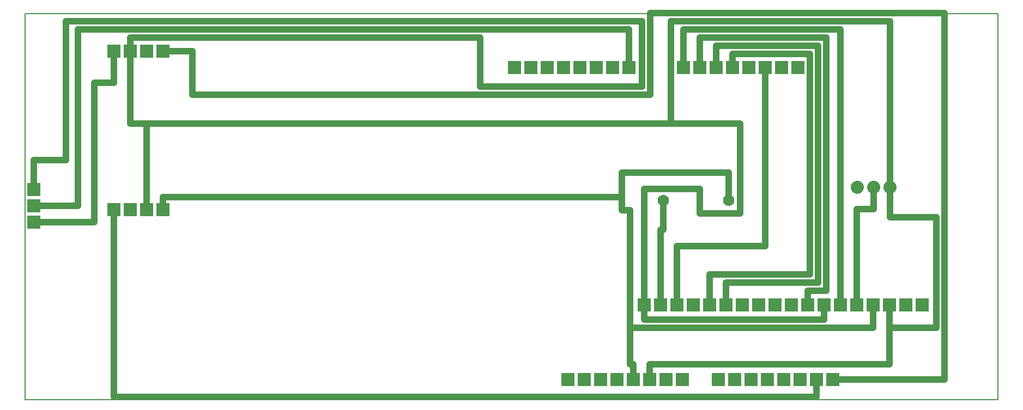
<source format=gbr>
G04 PROTEUS GERBER X2 FILE*
%TF.GenerationSoftware,Labcenter,Proteus,8.12-SP0-Build30713*%
%TF.CreationDate,2025-01-15T12:30:57+00:00*%
%TF.FileFunction,Copper,L1,Top*%
%TF.FilePolarity,Positive*%
%TF.Part,Single*%
%TF.SameCoordinates,{9626ba97-e6ad-4adc-9df8-61d07434fadc}*%
%FSLAX45Y45*%
%MOMM*%
G01*
%TA.AperFunction,Conductor*%
%ADD10C,1.016000*%
%TA.AperFunction,ComponentPad*%
%ADD11R,2.032000X2.032000*%
%TA.AperFunction,ComponentPad*%
%ADD12C,1.778000*%
%TA.AperFunction,ComponentPad*%
%ADD13C,2.032000*%
%TA.AperFunction,Profile*%
%ADD14C,0.203200*%
%TD.AperFunction*%
D10*
X+10128000Y-4540000D02*
X+10128000Y-3619500D01*
X+11502000Y-3619500D01*
X+11502000Y-850000D01*
X+10994000Y-850000D02*
X+10994000Y-635000D01*
X+12192000Y-635000D01*
X+12192000Y-4064000D01*
X+10636000Y-4064000D01*
X+10636000Y-4540000D01*
X+10740000Y-850000D02*
X+10740000Y-508000D01*
X+12319000Y-508000D01*
X+12319000Y-4191000D01*
X+10890000Y-4191000D01*
X+10890000Y-4540000D01*
X+12160000Y-4540000D02*
X+12160000Y-4318000D01*
X+12446000Y-4318000D01*
X+12446000Y-381000D01*
X+10486000Y-381000D01*
X+10486000Y-850000D01*
X+12668000Y-4540000D02*
X+12668000Y-254000D01*
X+10232000Y-254000D01*
X+10232000Y-850000D01*
X+9914000Y-2910000D02*
X+9914000Y-3365500D01*
X+9875900Y-3365500D01*
X+9875900Y-4064000D01*
X+9874000Y-4064000D01*
X+9874000Y-4540000D01*
X+13180000Y-2710000D02*
X+13180000Y-3048000D01*
X+12922000Y-3048000D01*
X+12922000Y-4540000D01*
X+9380000Y-850000D02*
X+9380000Y-254000D01*
X+825500Y-254000D01*
X+825500Y-2994000D01*
X+140000Y-2994000D01*
X+1380000Y-3060000D02*
X+1380000Y-5969000D01*
X+12294000Y-5969000D01*
X+12294000Y-5700000D01*
X+12548000Y-5700000D02*
X+14287500Y-5700000D01*
X+14287500Y+0D01*
X+9715500Y+0D01*
X+9715500Y-1270000D01*
X+2603500Y-1270000D01*
X+2603500Y-590000D01*
X+2140000Y-590000D01*
X+2142000Y-2857500D02*
X+9271000Y-2857500D01*
X+2142000Y-3060000D02*
X+2142000Y-2857500D01*
X+9271000Y-2857500D02*
X+9271000Y-3060700D01*
X+9398000Y-3060700D01*
X+9398000Y-4889500D01*
X+10930000Y-2910000D02*
X+10930000Y-2476500D01*
X+9271000Y-2476500D01*
X+9271000Y-2857500D01*
X+1079500Y-2730500D02*
X+1079500Y-2857500D01*
X+9398000Y-4889500D02*
X+13176000Y-4889500D01*
X+13176000Y-4540000D01*
X+9398000Y-4889500D02*
X+9398000Y-5080000D01*
X+1378000Y-590000D02*
X+1378000Y-1079500D01*
X+1079500Y-1079500D01*
X+1079500Y-2730500D01*
X+1079500Y-2857500D02*
X+1079500Y-3248000D01*
X+140000Y-3248000D01*
X+9398000Y-5080000D02*
X+9398000Y-5461000D01*
X+9448000Y-5461000D01*
X+9448000Y-5700000D01*
X+9620000Y-4540000D02*
X+9620000Y-2730500D01*
X+10485480Y-2730500D01*
X+10485480Y-3111500D01*
X+11112500Y-3111500D01*
X+11112500Y-1714500D01*
X+10033000Y-1714500D01*
X+1888000Y-3060000D02*
X+1888000Y-1714500D01*
X+13434000Y-2476500D02*
X+13434000Y-2710000D01*
X+10033000Y-1587500D02*
X+10033000Y-1714500D01*
X+13434000Y-2476500D02*
X+13434000Y-127000D01*
X+10033000Y-127000D01*
X+10033000Y-1587500D01*
X+1888000Y-1714500D02*
X+2349500Y-1714500D01*
X+9702000Y-5700000D02*
X+9702000Y-5461000D01*
X+13430000Y-5461000D01*
X+13430000Y-4889500D01*
X+13434000Y-2710000D02*
X+13434000Y-3175000D01*
X+14160500Y-3175000D01*
X+14160500Y-4889500D01*
X+13430000Y-4889500D01*
X+13430000Y-4540000D01*
X+1632000Y-590000D02*
X+1632000Y-381000D01*
X+7072671Y-381000D01*
X+7072671Y-1143000D01*
X+9588500Y-1143000D01*
X+9588500Y-127000D01*
X+635000Y-127000D01*
X+635000Y-2286000D01*
X+140000Y-2286000D01*
X+140000Y-2740000D01*
X+1632000Y-590000D02*
X+1632000Y-1714500D01*
X+1888000Y-1714500D01*
X+2349500Y-1714500D02*
X+10033000Y-1714500D01*
X+12414000Y-4540000D02*
X+12414000Y-4762500D01*
X+9620000Y-4762500D01*
X+9620000Y-4540000D01*
D11*
X+9620000Y-4540000D03*
X+9874000Y-4540000D03*
X+10128000Y-4540000D03*
X+10382000Y-4540000D03*
X+10636000Y-4540000D03*
X+10890000Y-4540000D03*
X+11144000Y-4540000D03*
X+11398000Y-4540000D03*
X+11652000Y-4540000D03*
X+11906000Y-4540000D03*
X+12160000Y-4540000D03*
X+12414000Y-4540000D03*
X+12668000Y-4540000D03*
X+12922000Y-4540000D03*
X+13176000Y-4540000D03*
X+13430000Y-4540000D03*
X+13684000Y-4540000D03*
X+13938000Y-4540000D03*
D12*
X+10930000Y-2910000D03*
X+9914000Y-2910000D03*
D13*
X+12926000Y-2710000D03*
X+13434000Y-2710000D03*
X+13180000Y-2710000D03*
D11*
X+10210000Y-5700000D03*
X+9956000Y-5700000D03*
X+9702000Y-5700000D03*
X+9448000Y-5700000D03*
X+9194000Y-5700000D03*
X+8940000Y-5700000D03*
X+8686000Y-5700000D03*
X+8432000Y-5700000D03*
X+10770000Y-5700000D03*
X+11024000Y-5700000D03*
X+11278000Y-5700000D03*
X+11532000Y-5700000D03*
X+11786000Y-5700000D03*
X+12040000Y-5700000D03*
X+12294000Y-5700000D03*
X+12548000Y-5700000D03*
X+12010000Y-850000D03*
X+11756000Y-850000D03*
X+11502000Y-850000D03*
X+11248000Y-850000D03*
X+10994000Y-850000D03*
X+10740000Y-850000D03*
X+10486000Y-850000D03*
X+10232000Y-850000D03*
X+9380000Y-850000D03*
X+9126000Y-850000D03*
X+8872000Y-850000D03*
X+8618000Y-850000D03*
X+8364000Y-850000D03*
X+8110000Y-850000D03*
X+7856000Y-850000D03*
X+7602000Y-850000D03*
X+140000Y-2740000D03*
X+140000Y-2994000D03*
X+140000Y-3248000D03*
X+2140000Y-590000D03*
X+1886000Y-590000D03*
X+1632000Y-590000D03*
X+1378000Y-590000D03*
X+1380000Y-3060000D03*
X+1634000Y-3060000D03*
X+1888000Y-3060000D03*
X+2142000Y-3060000D03*
D14*
X+0Y-6010000D02*
X+15116000Y-6010000D01*
X+15116000Y-10000D01*
X+0Y-10000D01*
X+0Y-6010000D01*
M02*

</source>
